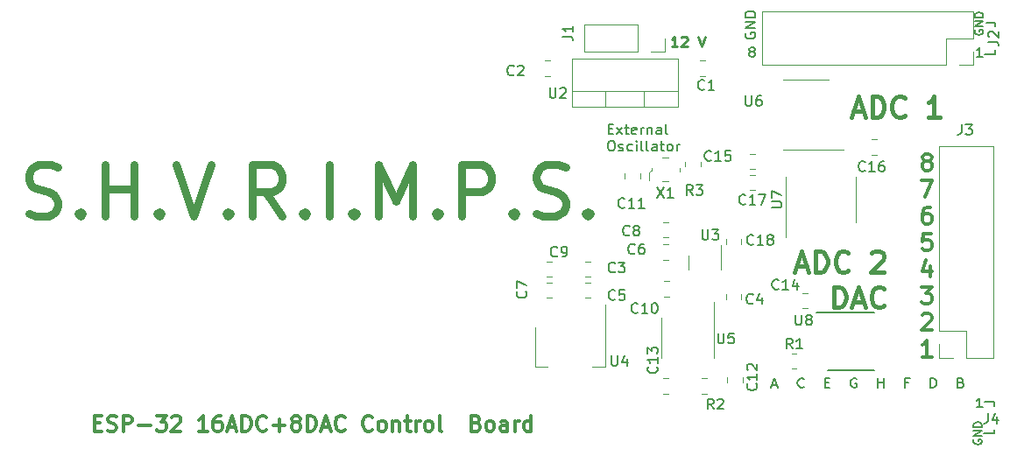
<source format=gbr>
%TF.GenerationSoftware,KiCad,Pcbnew,(6.0.5-0)*%
%TF.CreationDate,2022-06-25T13:44:39+01:00*%
%TF.ProjectId,revised_minh_design,72657669-7365-4645-9f6d-696e685f6465,rev?*%
%TF.SameCoordinates,Original*%
%TF.FileFunction,Legend,Top*%
%TF.FilePolarity,Positive*%
%FSLAX46Y46*%
G04 Gerber Fmt 4.6, Leading zero omitted, Abs format (unit mm)*
G04 Created by KiCad (PCBNEW (6.0.5-0)) date 2022-06-25 13:44:39*
%MOMM*%
%LPD*%
G01*
G04 APERTURE LIST*
%ADD10C,0.150000*%
%ADD11C,0.800000*%
%ADD12C,0.200000*%
%ADD13C,0.300000*%
%ADD14C,0.400000*%
%ADD15C,0.250000*%
%ADD16C,0.120000*%
G04 APERTURE END LIST*
D10*
X143237000Y-80365523D02*
X143198904Y-80441714D01*
X143198904Y-80556000D01*
X143237000Y-80670285D01*
X143313190Y-80746476D01*
X143389380Y-80784571D01*
X143541761Y-80822666D01*
X143656047Y-80822666D01*
X143808428Y-80784571D01*
X143884619Y-80746476D01*
X143960809Y-80670285D01*
X143998904Y-80556000D01*
X143998904Y-80479809D01*
X143960809Y-80365523D01*
X143922714Y-80327428D01*
X143656047Y-80327428D01*
X143656047Y-80479809D01*
X143998904Y-79984571D02*
X143198904Y-79984571D01*
X143998904Y-79527428D01*
X143198904Y-79527428D01*
X143998904Y-79146476D02*
X143198904Y-79146476D01*
X143198904Y-78956000D01*
X143237000Y-78841714D01*
X143313190Y-78765523D01*
X143389380Y-78727428D01*
X143541761Y-78689333D01*
X143656047Y-78689333D01*
X143808428Y-78727428D01*
X143884619Y-78765523D01*
X143960809Y-78841714D01*
X143998904Y-78956000D01*
X143998904Y-79146476D01*
D11*
X51851142Y-58538809D02*
X52565428Y-58776904D01*
X53755904Y-58776904D01*
X54232095Y-58538809D01*
X54470190Y-58300714D01*
X54708285Y-57824523D01*
X54708285Y-57348333D01*
X54470190Y-56872142D01*
X54232095Y-56634047D01*
X53755904Y-56395952D01*
X52803523Y-56157857D01*
X52327333Y-55919761D01*
X52089238Y-55681666D01*
X51851142Y-55205476D01*
X51851142Y-54729285D01*
X52089238Y-54253095D01*
X52327333Y-54015000D01*
X52803523Y-53776904D01*
X53994000Y-53776904D01*
X54708285Y-54015000D01*
X56851142Y-58300714D02*
X57089238Y-58538809D01*
X56851142Y-58776904D01*
X56613047Y-58538809D01*
X56851142Y-58300714D01*
X56851142Y-58776904D01*
X59232095Y-58776904D02*
X59232095Y-53776904D01*
X59232095Y-56157857D02*
X62089238Y-56157857D01*
X62089238Y-58776904D02*
X62089238Y-53776904D01*
X64470190Y-58300714D02*
X64708285Y-58538809D01*
X64470190Y-58776904D01*
X64232095Y-58538809D01*
X64470190Y-58300714D01*
X64470190Y-58776904D01*
X66136857Y-53776904D02*
X67803523Y-58776904D01*
X69470190Y-53776904D01*
X71136857Y-58300714D02*
X71374952Y-58538809D01*
X71136857Y-58776904D01*
X70898761Y-58538809D01*
X71136857Y-58300714D01*
X71136857Y-58776904D01*
X76374952Y-58776904D02*
X74708285Y-56395952D01*
X73517809Y-58776904D02*
X73517809Y-53776904D01*
X75422571Y-53776904D01*
X75898761Y-54015000D01*
X76136857Y-54253095D01*
X76374952Y-54729285D01*
X76374952Y-55443571D01*
X76136857Y-55919761D01*
X75898761Y-56157857D01*
X75422571Y-56395952D01*
X73517809Y-56395952D01*
X78517809Y-58300714D02*
X78755904Y-58538809D01*
X78517809Y-58776904D01*
X78279714Y-58538809D01*
X78517809Y-58300714D01*
X78517809Y-58776904D01*
X80898761Y-58776904D02*
X80898761Y-53776904D01*
X83279714Y-58300714D02*
X83517809Y-58538809D01*
X83279714Y-58776904D01*
X83041619Y-58538809D01*
X83279714Y-58300714D01*
X83279714Y-58776904D01*
X85660666Y-58776904D02*
X85660666Y-53776904D01*
X87327333Y-57348333D01*
X88994000Y-53776904D01*
X88994000Y-58776904D01*
X91374952Y-58300714D02*
X91613047Y-58538809D01*
X91374952Y-58776904D01*
X91136857Y-58538809D01*
X91374952Y-58300714D01*
X91374952Y-58776904D01*
X93755904Y-58776904D02*
X93755904Y-53776904D01*
X95660666Y-53776904D01*
X96136857Y-54015000D01*
X96374952Y-54253095D01*
X96613047Y-54729285D01*
X96613047Y-55443571D01*
X96374952Y-55919761D01*
X96136857Y-56157857D01*
X95660666Y-56395952D01*
X93755904Y-56395952D01*
X98755904Y-58300714D02*
X98994000Y-58538809D01*
X98755904Y-58776904D01*
X98517809Y-58538809D01*
X98755904Y-58300714D01*
X98755904Y-58776904D01*
X100898761Y-58538809D02*
X101613047Y-58776904D01*
X102803523Y-58776904D01*
X103279714Y-58538809D01*
X103517809Y-58300714D01*
X103755904Y-57824523D01*
X103755904Y-57348333D01*
X103517809Y-56872142D01*
X103279714Y-56634047D01*
X102803523Y-56395952D01*
X101851142Y-56157857D01*
X101374952Y-55919761D01*
X101136857Y-55681666D01*
X100898761Y-55205476D01*
X100898761Y-54729285D01*
X101136857Y-54253095D01*
X101374952Y-54015000D01*
X101851142Y-53776904D01*
X103041619Y-53776904D01*
X103755904Y-54015000D01*
X105898761Y-58300714D02*
X106136857Y-58538809D01*
X105898761Y-58776904D01*
X105660666Y-58538809D01*
X105898761Y-58300714D01*
X105898761Y-58776904D01*
D10*
X143364000Y-40741523D02*
X143325904Y-40817714D01*
X143325904Y-40932000D01*
X143364000Y-41046285D01*
X143440190Y-41122476D01*
X143516380Y-41160571D01*
X143668761Y-41198666D01*
X143783047Y-41198666D01*
X143935428Y-41160571D01*
X144011619Y-41122476D01*
X144087809Y-41046285D01*
X144125904Y-40932000D01*
X144125904Y-40855809D01*
X144087809Y-40741523D01*
X144049714Y-40703428D01*
X143783047Y-40703428D01*
X143783047Y-40855809D01*
X144125904Y-40360571D02*
X143325904Y-40360571D01*
X144125904Y-39903428D01*
X143325904Y-39903428D01*
X144125904Y-39522476D02*
X143325904Y-39522476D01*
X143325904Y-39332000D01*
X143364000Y-39217714D01*
X143440190Y-39141523D01*
X143516380Y-39103428D01*
X143668761Y-39065333D01*
X143783047Y-39065333D01*
X143935428Y-39103428D01*
X144011619Y-39141523D01*
X144087809Y-39217714D01*
X144125904Y-39332000D01*
X144125904Y-39522476D01*
D12*
X144049714Y-43333142D02*
X143478285Y-43333142D01*
X143764000Y-43333142D02*
X143764000Y-42433142D01*
X143668761Y-42561714D01*
X143573523Y-42647428D01*
X143478285Y-42690285D01*
D10*
X121166000Y-41020904D02*
X121118380Y-41116142D01*
X121118380Y-41259000D01*
X121166000Y-41401857D01*
X121261238Y-41497095D01*
X121356476Y-41544714D01*
X121546952Y-41592333D01*
X121689809Y-41592333D01*
X121880285Y-41544714D01*
X121975523Y-41497095D01*
X122070761Y-41401857D01*
X122118380Y-41259000D01*
X122118380Y-41163761D01*
X122070761Y-41020904D01*
X122023142Y-40973285D01*
X121689809Y-40973285D01*
X121689809Y-41163761D01*
X122118380Y-40544714D02*
X121118380Y-40544714D01*
X122118380Y-39973285D01*
X121118380Y-39973285D01*
X122118380Y-39497095D02*
X121118380Y-39497095D01*
X121118380Y-39259000D01*
X121166000Y-39116142D01*
X121261238Y-39020904D01*
X121356476Y-38973285D01*
X121546952Y-38925666D01*
X121689809Y-38925666D01*
X121880285Y-38973285D01*
X121975523Y-39020904D01*
X122070761Y-39116142D01*
X122118380Y-39259000D01*
X122118380Y-39497095D01*
D12*
X121697761Y-42818857D02*
X121602523Y-42776000D01*
X121554904Y-42733142D01*
X121507285Y-42647428D01*
X121507285Y-42604571D01*
X121554904Y-42518857D01*
X121602523Y-42476000D01*
X121697761Y-42433142D01*
X121888238Y-42433142D01*
X121983476Y-42476000D01*
X122031095Y-42518857D01*
X122078714Y-42604571D01*
X122078714Y-42647428D01*
X122031095Y-42733142D01*
X121983476Y-42776000D01*
X121888238Y-42818857D01*
X121697761Y-42818857D01*
X121602523Y-42861714D01*
X121554904Y-42904571D01*
X121507285Y-42990285D01*
X121507285Y-43161714D01*
X121554904Y-43247428D01*
X121602523Y-43290285D01*
X121697761Y-43333142D01*
X121888238Y-43333142D01*
X121983476Y-43290285D01*
X122031095Y-43247428D01*
X122078714Y-43161714D01*
X122078714Y-42990285D01*
X122031095Y-42904571D01*
X121983476Y-42861714D01*
X121888238Y-42818857D01*
D10*
X144145000Y-79756000D02*
X145161000Y-79756000D01*
X144272000Y-76708000D02*
X145161000Y-76708000D01*
X145161000Y-79756000D02*
X145161000Y-79375000D01*
X145161000Y-76708000D02*
X145161000Y-77089000D01*
D12*
X144049714Y-77242142D02*
X143478285Y-77242142D01*
X143764000Y-77242142D02*
X143764000Y-76342142D01*
X143668761Y-76470714D01*
X143573523Y-76556428D01*
X143478285Y-76599285D01*
D10*
X145288000Y-43053000D02*
X145288000Y-42672000D01*
X144272000Y-43053000D02*
X145288000Y-43053000D01*
X145288000Y-40005000D02*
X145288000Y-40386000D01*
X144399000Y-40005000D02*
X145288000Y-40005000D01*
D13*
X138531619Y-53404523D02*
X138379238Y-53328333D01*
X138303047Y-53252142D01*
X138226857Y-53099761D01*
X138226857Y-53023571D01*
X138303047Y-52871190D01*
X138379238Y-52795000D01*
X138531619Y-52718809D01*
X138836380Y-52718809D01*
X138988761Y-52795000D01*
X139064952Y-52871190D01*
X139141142Y-53023571D01*
X139141142Y-53099761D01*
X139064952Y-53252142D01*
X138988761Y-53328333D01*
X138836380Y-53404523D01*
X138531619Y-53404523D01*
X138379238Y-53480714D01*
X138303047Y-53556904D01*
X138226857Y-53709285D01*
X138226857Y-54014047D01*
X138303047Y-54166428D01*
X138379238Y-54242619D01*
X138531619Y-54318809D01*
X138836380Y-54318809D01*
X138988761Y-54242619D01*
X139064952Y-54166428D01*
X139141142Y-54014047D01*
X139141142Y-53709285D01*
X139064952Y-53556904D01*
X138988761Y-53480714D01*
X138836380Y-53404523D01*
X138150666Y-55294809D02*
X139217333Y-55294809D01*
X138531619Y-56894809D01*
X138988761Y-57870809D02*
X138684000Y-57870809D01*
X138531619Y-57947000D01*
X138455428Y-58023190D01*
X138303047Y-58251761D01*
X138226857Y-58556523D01*
X138226857Y-59166047D01*
X138303047Y-59318428D01*
X138379238Y-59394619D01*
X138531619Y-59470809D01*
X138836380Y-59470809D01*
X138988761Y-59394619D01*
X139064952Y-59318428D01*
X139141142Y-59166047D01*
X139141142Y-58785095D01*
X139064952Y-58632714D01*
X138988761Y-58556523D01*
X138836380Y-58480333D01*
X138531619Y-58480333D01*
X138379238Y-58556523D01*
X138303047Y-58632714D01*
X138226857Y-58785095D01*
X139064952Y-60446809D02*
X138303047Y-60446809D01*
X138226857Y-61208714D01*
X138303047Y-61132523D01*
X138455428Y-61056333D01*
X138836380Y-61056333D01*
X138988761Y-61132523D01*
X139064952Y-61208714D01*
X139141142Y-61361095D01*
X139141142Y-61742047D01*
X139064952Y-61894428D01*
X138988761Y-61970619D01*
X138836380Y-62046809D01*
X138455428Y-62046809D01*
X138303047Y-61970619D01*
X138226857Y-61894428D01*
X138988761Y-63556142D02*
X138988761Y-64622809D01*
X138607809Y-62946619D02*
X138226857Y-64089476D01*
X139217333Y-64089476D01*
X138150666Y-65598809D02*
X139141142Y-65598809D01*
X138607809Y-66208333D01*
X138836380Y-66208333D01*
X138988761Y-66284523D01*
X139064952Y-66360714D01*
X139141142Y-66513095D01*
X139141142Y-66894047D01*
X139064952Y-67046428D01*
X138988761Y-67122619D01*
X138836380Y-67198809D01*
X138379238Y-67198809D01*
X138226857Y-67122619D01*
X138150666Y-67046428D01*
X138226857Y-68327190D02*
X138303047Y-68251000D01*
X138455428Y-68174809D01*
X138836380Y-68174809D01*
X138988761Y-68251000D01*
X139064952Y-68327190D01*
X139141142Y-68479571D01*
X139141142Y-68631952D01*
X139064952Y-68860523D01*
X138150666Y-69774809D01*
X139141142Y-69774809D01*
X139141142Y-72350809D02*
X138226857Y-72350809D01*
X138684000Y-72350809D02*
X138684000Y-70750809D01*
X138531619Y-70979380D01*
X138379238Y-71131761D01*
X138226857Y-71207952D01*
D14*
X126111523Y-63579333D02*
X127063904Y-63579333D01*
X125921047Y-64150761D02*
X126587714Y-62150761D01*
X127254380Y-64150761D01*
X127921047Y-64150761D02*
X127921047Y-62150761D01*
X128397238Y-62150761D01*
X128682952Y-62246000D01*
X128873428Y-62436476D01*
X128968666Y-62626952D01*
X129063904Y-63007904D01*
X129063904Y-63293619D01*
X128968666Y-63674571D01*
X128873428Y-63865047D01*
X128682952Y-64055523D01*
X128397238Y-64150761D01*
X127921047Y-64150761D01*
X131063904Y-63960285D02*
X130968666Y-64055523D01*
X130682952Y-64150761D01*
X130492476Y-64150761D01*
X130206761Y-64055523D01*
X130016285Y-63865047D01*
X129921047Y-63674571D01*
X129825809Y-63293619D01*
X129825809Y-63007904D01*
X129921047Y-62626952D01*
X130016285Y-62436476D01*
X130206761Y-62246000D01*
X130492476Y-62150761D01*
X130682952Y-62150761D01*
X130968666Y-62246000D01*
X131063904Y-62341238D01*
X133349619Y-62341238D02*
X133444857Y-62246000D01*
X133635333Y-62150761D01*
X134111523Y-62150761D01*
X134302000Y-62246000D01*
X134397238Y-62341238D01*
X134492476Y-62531714D01*
X134492476Y-62722190D01*
X134397238Y-63007904D01*
X133254380Y-64150761D01*
X134492476Y-64150761D01*
D12*
X123723523Y-75080000D02*
X124214000Y-75080000D01*
X123625428Y-75337142D02*
X123968761Y-74437142D01*
X124312095Y-75337142D01*
X126813523Y-75251428D02*
X126764476Y-75294285D01*
X126617333Y-75337142D01*
X126519238Y-75337142D01*
X126372095Y-75294285D01*
X126274000Y-75208571D01*
X126224952Y-75122857D01*
X126175904Y-74951428D01*
X126175904Y-74822857D01*
X126224952Y-74651428D01*
X126274000Y-74565714D01*
X126372095Y-74480000D01*
X126519238Y-74437142D01*
X126617333Y-74437142D01*
X126764476Y-74480000D01*
X126813523Y-74522857D01*
X128824476Y-74865714D02*
X129167809Y-74865714D01*
X129314952Y-75337142D02*
X128824476Y-75337142D01*
X128824476Y-74437142D01*
X129314952Y-74437142D01*
X131865428Y-74480000D02*
X131767333Y-74437142D01*
X131620190Y-74437142D01*
X131473047Y-74480000D01*
X131374952Y-74565714D01*
X131325904Y-74651428D01*
X131276857Y-74822857D01*
X131276857Y-74951428D01*
X131325904Y-75122857D01*
X131374952Y-75208571D01*
X131473047Y-75294285D01*
X131620190Y-75337142D01*
X131718285Y-75337142D01*
X131865428Y-75294285D01*
X131914476Y-75251428D01*
X131914476Y-74951428D01*
X131718285Y-74951428D01*
X133925428Y-75337142D02*
X133925428Y-74437142D01*
X133925428Y-74865714D02*
X134514000Y-74865714D01*
X134514000Y-75337142D02*
X134514000Y-74437142D01*
X136917333Y-74865714D02*
X136574000Y-74865714D01*
X136574000Y-75337142D02*
X136574000Y-74437142D01*
X137064476Y-74437142D01*
X139026380Y-75337142D02*
X139026380Y-74437142D01*
X139271619Y-74437142D01*
X139418761Y-74480000D01*
X139516857Y-74565714D01*
X139565904Y-74651428D01*
X139614952Y-74822857D01*
X139614952Y-74951428D01*
X139565904Y-75122857D01*
X139516857Y-75208571D01*
X139418761Y-75294285D01*
X139271619Y-75337142D01*
X139026380Y-75337142D01*
X141969238Y-74865714D02*
X142116380Y-74908571D01*
X142165428Y-74951428D01*
X142214476Y-75037142D01*
X142214476Y-75165714D01*
X142165428Y-75251428D01*
X142116380Y-75294285D01*
X142018285Y-75337142D01*
X141625904Y-75337142D01*
X141625904Y-74437142D01*
X141969238Y-74437142D01*
X142067333Y-74480000D01*
X142116380Y-74522857D01*
X142165428Y-74608571D01*
X142165428Y-74694285D01*
X142116380Y-74780000D01*
X142067333Y-74822857D01*
X141969238Y-74865714D01*
X141625904Y-74865714D01*
D14*
X129699047Y-67579761D02*
X129699047Y-65579761D01*
X130175238Y-65579761D01*
X130460952Y-65675000D01*
X130651428Y-65865476D01*
X130746666Y-66055952D01*
X130841904Y-66436904D01*
X130841904Y-66722619D01*
X130746666Y-67103571D01*
X130651428Y-67294047D01*
X130460952Y-67484523D01*
X130175238Y-67579761D01*
X129699047Y-67579761D01*
X131603809Y-67008333D02*
X132556190Y-67008333D01*
X131413333Y-67579761D02*
X132080000Y-65579761D01*
X132746666Y-67579761D01*
X134556190Y-67389285D02*
X134460952Y-67484523D01*
X134175238Y-67579761D01*
X133984761Y-67579761D01*
X133699047Y-67484523D01*
X133508571Y-67294047D01*
X133413333Y-67103571D01*
X133318095Y-66722619D01*
X133318095Y-66436904D01*
X133413333Y-66055952D01*
X133508571Y-65865476D01*
X133699047Y-65675000D01*
X133984761Y-65579761D01*
X134175238Y-65579761D01*
X134460952Y-65675000D01*
X134556190Y-65770238D01*
D10*
X107904595Y-50304571D02*
X108237928Y-50304571D01*
X108380785Y-50828380D02*
X107904595Y-50828380D01*
X107904595Y-49828380D01*
X108380785Y-49828380D01*
X108714119Y-50828380D02*
X109237928Y-50161714D01*
X108714119Y-50161714D02*
X109237928Y-50828380D01*
X109476023Y-50161714D02*
X109856976Y-50161714D01*
X109618880Y-49828380D02*
X109618880Y-50685523D01*
X109666500Y-50780761D01*
X109761738Y-50828380D01*
X109856976Y-50828380D01*
X110571261Y-50780761D02*
X110476023Y-50828380D01*
X110285547Y-50828380D01*
X110190309Y-50780761D01*
X110142690Y-50685523D01*
X110142690Y-50304571D01*
X110190309Y-50209333D01*
X110285547Y-50161714D01*
X110476023Y-50161714D01*
X110571261Y-50209333D01*
X110618880Y-50304571D01*
X110618880Y-50399809D01*
X110142690Y-50495047D01*
X111047452Y-50828380D02*
X111047452Y-50161714D01*
X111047452Y-50352190D02*
X111095071Y-50256952D01*
X111142690Y-50209333D01*
X111237928Y-50161714D01*
X111333166Y-50161714D01*
X111666500Y-50161714D02*
X111666500Y-50828380D01*
X111666500Y-50256952D02*
X111714119Y-50209333D01*
X111809357Y-50161714D01*
X111952214Y-50161714D01*
X112047452Y-50209333D01*
X112095071Y-50304571D01*
X112095071Y-50828380D01*
X112999833Y-50828380D02*
X112999833Y-50304571D01*
X112952214Y-50209333D01*
X112856976Y-50161714D01*
X112666500Y-50161714D01*
X112571261Y-50209333D01*
X112999833Y-50780761D02*
X112904595Y-50828380D01*
X112666500Y-50828380D01*
X112571261Y-50780761D01*
X112523642Y-50685523D01*
X112523642Y-50590285D01*
X112571261Y-50495047D01*
X112666500Y-50447428D01*
X112904595Y-50447428D01*
X112999833Y-50399809D01*
X113618880Y-50828380D02*
X113523642Y-50780761D01*
X113476023Y-50685523D01*
X113476023Y-49828380D01*
X108095071Y-51438380D02*
X108285547Y-51438380D01*
X108380785Y-51486000D01*
X108476023Y-51581238D01*
X108523642Y-51771714D01*
X108523642Y-52105047D01*
X108476023Y-52295523D01*
X108380785Y-52390761D01*
X108285547Y-52438380D01*
X108095071Y-52438380D01*
X107999833Y-52390761D01*
X107904595Y-52295523D01*
X107856976Y-52105047D01*
X107856976Y-51771714D01*
X107904595Y-51581238D01*
X107999833Y-51486000D01*
X108095071Y-51438380D01*
X108904595Y-52390761D02*
X108999833Y-52438380D01*
X109190309Y-52438380D01*
X109285547Y-52390761D01*
X109333166Y-52295523D01*
X109333166Y-52247904D01*
X109285547Y-52152666D01*
X109190309Y-52105047D01*
X109047452Y-52105047D01*
X108952214Y-52057428D01*
X108904595Y-51962190D01*
X108904595Y-51914571D01*
X108952214Y-51819333D01*
X109047452Y-51771714D01*
X109190309Y-51771714D01*
X109285547Y-51819333D01*
X110190309Y-52390761D02*
X110095071Y-52438380D01*
X109904595Y-52438380D01*
X109809357Y-52390761D01*
X109761738Y-52343142D01*
X109714119Y-52247904D01*
X109714119Y-51962190D01*
X109761738Y-51866952D01*
X109809357Y-51819333D01*
X109904595Y-51771714D01*
X110095071Y-51771714D01*
X110190309Y-51819333D01*
X110618880Y-52438380D02*
X110618880Y-51771714D01*
X110618880Y-51438380D02*
X110571261Y-51486000D01*
X110618880Y-51533619D01*
X110666500Y-51486000D01*
X110618880Y-51438380D01*
X110618880Y-51533619D01*
X111237928Y-52438380D02*
X111142690Y-52390761D01*
X111095071Y-52295523D01*
X111095071Y-51438380D01*
X111761738Y-52438380D02*
X111666500Y-52390761D01*
X111618880Y-52295523D01*
X111618880Y-51438380D01*
X112571261Y-52438380D02*
X112571261Y-51914571D01*
X112523642Y-51819333D01*
X112428404Y-51771714D01*
X112237928Y-51771714D01*
X112142690Y-51819333D01*
X112571261Y-52390761D02*
X112476023Y-52438380D01*
X112237928Y-52438380D01*
X112142690Y-52390761D01*
X112095071Y-52295523D01*
X112095071Y-52200285D01*
X112142690Y-52105047D01*
X112237928Y-52057428D01*
X112476023Y-52057428D01*
X112571261Y-52009809D01*
X112904595Y-51771714D02*
X113285547Y-51771714D01*
X113047452Y-51438380D02*
X113047452Y-52295523D01*
X113095071Y-52390761D01*
X113190309Y-52438380D01*
X113285547Y-52438380D01*
X113761738Y-52438380D02*
X113666500Y-52390761D01*
X113618880Y-52343142D01*
X113571261Y-52247904D01*
X113571261Y-51962190D01*
X113618880Y-51866952D01*
X113666500Y-51819333D01*
X113761738Y-51771714D01*
X113904595Y-51771714D01*
X113999833Y-51819333D01*
X114047452Y-51866952D01*
X114095071Y-51962190D01*
X114095071Y-52247904D01*
X114047452Y-52343142D01*
X113999833Y-52390761D01*
X113904595Y-52438380D01*
X113761738Y-52438380D01*
X114523642Y-52438380D02*
X114523642Y-51771714D01*
X114523642Y-51962190D02*
X114571261Y-51866952D01*
X114618880Y-51819333D01*
X114714119Y-51771714D01*
X114809357Y-51771714D01*
D13*
X58210142Y-78759857D02*
X58710142Y-78759857D01*
X58924428Y-79545571D02*
X58210142Y-79545571D01*
X58210142Y-78045571D01*
X58924428Y-78045571D01*
X59495857Y-79474142D02*
X59710142Y-79545571D01*
X60067285Y-79545571D01*
X60210142Y-79474142D01*
X60281571Y-79402714D01*
X60353000Y-79259857D01*
X60353000Y-79117000D01*
X60281571Y-78974142D01*
X60210142Y-78902714D01*
X60067285Y-78831285D01*
X59781571Y-78759857D01*
X59638714Y-78688428D01*
X59567285Y-78617000D01*
X59495857Y-78474142D01*
X59495857Y-78331285D01*
X59567285Y-78188428D01*
X59638714Y-78117000D01*
X59781571Y-78045571D01*
X60138714Y-78045571D01*
X60353000Y-78117000D01*
X60995857Y-79545571D02*
X60995857Y-78045571D01*
X61567285Y-78045571D01*
X61710142Y-78117000D01*
X61781571Y-78188428D01*
X61853000Y-78331285D01*
X61853000Y-78545571D01*
X61781571Y-78688428D01*
X61710142Y-78759857D01*
X61567285Y-78831285D01*
X60995857Y-78831285D01*
X62495857Y-78974142D02*
X63638714Y-78974142D01*
X64210142Y-78045571D02*
X65138714Y-78045571D01*
X64638714Y-78617000D01*
X64853000Y-78617000D01*
X64995857Y-78688428D01*
X65067285Y-78759857D01*
X65138714Y-78902714D01*
X65138714Y-79259857D01*
X65067285Y-79402714D01*
X64995857Y-79474142D01*
X64853000Y-79545571D01*
X64424428Y-79545571D01*
X64281571Y-79474142D01*
X64210142Y-79402714D01*
X65710142Y-78188428D02*
X65781571Y-78117000D01*
X65924428Y-78045571D01*
X66281571Y-78045571D01*
X66424428Y-78117000D01*
X66495857Y-78188428D01*
X66567285Y-78331285D01*
X66567285Y-78474142D01*
X66495857Y-78688428D01*
X65638714Y-79545571D01*
X66567285Y-79545571D01*
X69138714Y-79545571D02*
X68281571Y-79545571D01*
X68710142Y-79545571D02*
X68710142Y-78045571D01*
X68567285Y-78259857D01*
X68424428Y-78402714D01*
X68281571Y-78474142D01*
X70424428Y-78045571D02*
X70138714Y-78045571D01*
X69995857Y-78117000D01*
X69924428Y-78188428D01*
X69781571Y-78402714D01*
X69710142Y-78688428D01*
X69710142Y-79259857D01*
X69781571Y-79402714D01*
X69853000Y-79474142D01*
X69995857Y-79545571D01*
X70281571Y-79545571D01*
X70424428Y-79474142D01*
X70495857Y-79402714D01*
X70567285Y-79259857D01*
X70567285Y-78902714D01*
X70495857Y-78759857D01*
X70424428Y-78688428D01*
X70281571Y-78617000D01*
X69995857Y-78617000D01*
X69853000Y-78688428D01*
X69781571Y-78759857D01*
X69710142Y-78902714D01*
X71138714Y-79117000D02*
X71853000Y-79117000D01*
X70995857Y-79545571D02*
X71495857Y-78045571D01*
X71995857Y-79545571D01*
X72495857Y-79545571D02*
X72495857Y-78045571D01*
X72853000Y-78045571D01*
X73067285Y-78117000D01*
X73210142Y-78259857D01*
X73281571Y-78402714D01*
X73353000Y-78688428D01*
X73353000Y-78902714D01*
X73281571Y-79188428D01*
X73210142Y-79331285D01*
X73067285Y-79474142D01*
X72853000Y-79545571D01*
X72495857Y-79545571D01*
X74853000Y-79402714D02*
X74781571Y-79474142D01*
X74567285Y-79545571D01*
X74424428Y-79545571D01*
X74210142Y-79474142D01*
X74067285Y-79331285D01*
X73995857Y-79188428D01*
X73924428Y-78902714D01*
X73924428Y-78688428D01*
X73995857Y-78402714D01*
X74067285Y-78259857D01*
X74210142Y-78117000D01*
X74424428Y-78045571D01*
X74567285Y-78045571D01*
X74781571Y-78117000D01*
X74853000Y-78188428D01*
X75495857Y-78974142D02*
X76638714Y-78974142D01*
X76067285Y-79545571D02*
X76067285Y-78402714D01*
X77567285Y-78688428D02*
X77424428Y-78617000D01*
X77353000Y-78545571D01*
X77281571Y-78402714D01*
X77281571Y-78331285D01*
X77353000Y-78188428D01*
X77424428Y-78117000D01*
X77567285Y-78045571D01*
X77853000Y-78045571D01*
X77995857Y-78117000D01*
X78067285Y-78188428D01*
X78138714Y-78331285D01*
X78138714Y-78402714D01*
X78067285Y-78545571D01*
X77995857Y-78617000D01*
X77853000Y-78688428D01*
X77567285Y-78688428D01*
X77424428Y-78759857D01*
X77353000Y-78831285D01*
X77281571Y-78974142D01*
X77281571Y-79259857D01*
X77353000Y-79402714D01*
X77424428Y-79474142D01*
X77567285Y-79545571D01*
X77853000Y-79545571D01*
X77995857Y-79474142D01*
X78067285Y-79402714D01*
X78138714Y-79259857D01*
X78138714Y-78974142D01*
X78067285Y-78831285D01*
X77995857Y-78759857D01*
X77853000Y-78688428D01*
X78781571Y-79545571D02*
X78781571Y-78045571D01*
X79138714Y-78045571D01*
X79353000Y-78117000D01*
X79495857Y-78259857D01*
X79567285Y-78402714D01*
X79638714Y-78688428D01*
X79638714Y-78902714D01*
X79567285Y-79188428D01*
X79495857Y-79331285D01*
X79353000Y-79474142D01*
X79138714Y-79545571D01*
X78781571Y-79545571D01*
X80210142Y-79117000D02*
X80924428Y-79117000D01*
X80067285Y-79545571D02*
X80567285Y-78045571D01*
X81067285Y-79545571D01*
X82424428Y-79402714D02*
X82353000Y-79474142D01*
X82138714Y-79545571D01*
X81995857Y-79545571D01*
X81781571Y-79474142D01*
X81638714Y-79331285D01*
X81567285Y-79188428D01*
X81495857Y-78902714D01*
X81495857Y-78688428D01*
X81567285Y-78402714D01*
X81638714Y-78259857D01*
X81781571Y-78117000D01*
X81995857Y-78045571D01*
X82138714Y-78045571D01*
X82353000Y-78117000D01*
X82424428Y-78188428D01*
X85067285Y-79402714D02*
X84995857Y-79474142D01*
X84781571Y-79545571D01*
X84638714Y-79545571D01*
X84424428Y-79474142D01*
X84281571Y-79331285D01*
X84210142Y-79188428D01*
X84138714Y-78902714D01*
X84138714Y-78688428D01*
X84210142Y-78402714D01*
X84281571Y-78259857D01*
X84424428Y-78117000D01*
X84638714Y-78045571D01*
X84781571Y-78045571D01*
X84995857Y-78117000D01*
X85067285Y-78188428D01*
X85924428Y-79545571D02*
X85781571Y-79474142D01*
X85710142Y-79402714D01*
X85638714Y-79259857D01*
X85638714Y-78831285D01*
X85710142Y-78688428D01*
X85781571Y-78617000D01*
X85924428Y-78545571D01*
X86138714Y-78545571D01*
X86281571Y-78617000D01*
X86353000Y-78688428D01*
X86424428Y-78831285D01*
X86424428Y-79259857D01*
X86353000Y-79402714D01*
X86281571Y-79474142D01*
X86138714Y-79545571D01*
X85924428Y-79545571D01*
X87067285Y-78545571D02*
X87067285Y-79545571D01*
X87067285Y-78688428D02*
X87138714Y-78617000D01*
X87281571Y-78545571D01*
X87495857Y-78545571D01*
X87638714Y-78617000D01*
X87710142Y-78759857D01*
X87710142Y-79545571D01*
X88210142Y-78545571D02*
X88781571Y-78545571D01*
X88424428Y-78045571D02*
X88424428Y-79331285D01*
X88495857Y-79474142D01*
X88638714Y-79545571D01*
X88781571Y-79545571D01*
X89281571Y-79545571D02*
X89281571Y-78545571D01*
X89281571Y-78831285D02*
X89353000Y-78688428D01*
X89424428Y-78617000D01*
X89567285Y-78545571D01*
X89710142Y-78545571D01*
X90424428Y-79545571D02*
X90281571Y-79474142D01*
X90210142Y-79402714D01*
X90138714Y-79259857D01*
X90138714Y-78831285D01*
X90210142Y-78688428D01*
X90281571Y-78617000D01*
X90424428Y-78545571D01*
X90638714Y-78545571D01*
X90781571Y-78617000D01*
X90853000Y-78688428D01*
X90924428Y-78831285D01*
X90924428Y-79259857D01*
X90853000Y-79402714D01*
X90781571Y-79474142D01*
X90638714Y-79545571D01*
X90424428Y-79545571D01*
X91781571Y-79545571D02*
X91638714Y-79474142D01*
X91567285Y-79331285D01*
X91567285Y-78045571D01*
X95138714Y-78759857D02*
X95353000Y-78831285D01*
X95424428Y-78902714D01*
X95495857Y-79045571D01*
X95495857Y-79259857D01*
X95424428Y-79402714D01*
X95353000Y-79474142D01*
X95210142Y-79545571D01*
X94638714Y-79545571D01*
X94638714Y-78045571D01*
X95138714Y-78045571D01*
X95281571Y-78117000D01*
X95353000Y-78188428D01*
X95424428Y-78331285D01*
X95424428Y-78474142D01*
X95353000Y-78617000D01*
X95281571Y-78688428D01*
X95138714Y-78759857D01*
X94638714Y-78759857D01*
X96353000Y-79545571D02*
X96210142Y-79474142D01*
X96138714Y-79402714D01*
X96067285Y-79259857D01*
X96067285Y-78831285D01*
X96138714Y-78688428D01*
X96210142Y-78617000D01*
X96353000Y-78545571D01*
X96567285Y-78545571D01*
X96710142Y-78617000D01*
X96781571Y-78688428D01*
X96853000Y-78831285D01*
X96853000Y-79259857D01*
X96781571Y-79402714D01*
X96710142Y-79474142D01*
X96567285Y-79545571D01*
X96353000Y-79545571D01*
X98138714Y-79545571D02*
X98138714Y-78759857D01*
X98067285Y-78617000D01*
X97924428Y-78545571D01*
X97638714Y-78545571D01*
X97495857Y-78617000D01*
X98138714Y-79474142D02*
X97995857Y-79545571D01*
X97638714Y-79545571D01*
X97495857Y-79474142D01*
X97424428Y-79331285D01*
X97424428Y-79188428D01*
X97495857Y-79045571D01*
X97638714Y-78974142D01*
X97995857Y-78974142D01*
X98138714Y-78902714D01*
X98853000Y-79545571D02*
X98853000Y-78545571D01*
X98853000Y-78831285D02*
X98924428Y-78688428D01*
X98995857Y-78617000D01*
X99138714Y-78545571D01*
X99281571Y-78545571D01*
X100424428Y-79545571D02*
X100424428Y-78045571D01*
X100424428Y-79474142D02*
X100281571Y-79545571D01*
X99995857Y-79545571D01*
X99853000Y-79474142D01*
X99781571Y-79402714D01*
X99710142Y-79259857D01*
X99710142Y-78831285D01*
X99781571Y-78688428D01*
X99853000Y-78617000D01*
X99995857Y-78545571D01*
X100281571Y-78545571D01*
X100424428Y-78617000D01*
D14*
X131572523Y-48593333D02*
X132524904Y-48593333D01*
X131382047Y-49164761D02*
X132048714Y-47164761D01*
X132715380Y-49164761D01*
X133382047Y-49164761D02*
X133382047Y-47164761D01*
X133858238Y-47164761D01*
X134143952Y-47260000D01*
X134334428Y-47450476D01*
X134429666Y-47640952D01*
X134524904Y-48021904D01*
X134524904Y-48307619D01*
X134429666Y-48688571D01*
X134334428Y-48879047D01*
X134143952Y-49069523D01*
X133858238Y-49164761D01*
X133382047Y-49164761D01*
X136524904Y-48974285D02*
X136429666Y-49069523D01*
X136143952Y-49164761D01*
X135953476Y-49164761D01*
X135667761Y-49069523D01*
X135477285Y-48879047D01*
X135382047Y-48688571D01*
X135286809Y-48307619D01*
X135286809Y-48021904D01*
X135382047Y-47640952D01*
X135477285Y-47450476D01*
X135667761Y-47260000D01*
X135953476Y-47164761D01*
X136143952Y-47164761D01*
X136429666Y-47260000D01*
X136524904Y-47355238D01*
X139953476Y-49164761D02*
X138810619Y-49164761D01*
X139382047Y-49164761D02*
X139382047Y-47164761D01*
X139191571Y-47450476D01*
X139001095Y-47640952D01*
X138810619Y-47736190D01*
D15*
X114570000Y-42362380D02*
X113998571Y-42362380D01*
X114284285Y-42362380D02*
X114284285Y-41362380D01*
X114189047Y-41505238D01*
X114093809Y-41600476D01*
X113998571Y-41648095D01*
X114950952Y-41457619D02*
X114998571Y-41410000D01*
X115093809Y-41362380D01*
X115331904Y-41362380D01*
X115427142Y-41410000D01*
X115474761Y-41457619D01*
X115522380Y-41552857D01*
X115522380Y-41648095D01*
X115474761Y-41790952D01*
X114903333Y-42362380D01*
X115522380Y-42362380D01*
X116570000Y-41362380D02*
X116903333Y-42362380D01*
X117236666Y-41362380D01*
D10*
%TO.C,J4*%
X144573666Y-77811380D02*
X144573666Y-78525666D01*
X144526047Y-78668523D01*
X144430809Y-78763761D01*
X144287952Y-78811380D01*
X144192714Y-78811380D01*
X145478428Y-78144714D02*
X145478428Y-78811380D01*
X145240333Y-77763761D02*
X145002238Y-78478047D01*
X145621285Y-78478047D01*
%TO.C,J3*%
X142033666Y-49871380D02*
X142033666Y-50585666D01*
X141986047Y-50728523D01*
X141890809Y-50823761D01*
X141747952Y-50871380D01*
X141652714Y-50871380D01*
X142414619Y-49871380D02*
X143033666Y-49871380D01*
X142700333Y-50252333D01*
X142843190Y-50252333D01*
X142938428Y-50299952D01*
X142986047Y-50347571D01*
X143033666Y-50442809D01*
X143033666Y-50680904D01*
X142986047Y-50776142D01*
X142938428Y-50823761D01*
X142843190Y-50871380D01*
X142557476Y-50871380D01*
X142462238Y-50823761D01*
X142414619Y-50776142D01*
%TO.C,J2*%
X144613380Y-41862333D02*
X145327666Y-41862333D01*
X145470523Y-41909952D01*
X145565761Y-42005190D01*
X145613380Y-42148047D01*
X145613380Y-42243285D01*
X144708619Y-41433761D02*
X144661000Y-41386142D01*
X144613380Y-41290904D01*
X144613380Y-41052809D01*
X144661000Y-40957571D01*
X144708619Y-40909952D01*
X144803857Y-40862333D01*
X144899095Y-40862333D01*
X145041952Y-40909952D01*
X145613380Y-41481380D01*
X145613380Y-40862333D01*
%TO.C, *%
%TO.C,U6*%
X121158095Y-47077380D02*
X121158095Y-47886904D01*
X121205714Y-47982142D01*
X121253333Y-48029761D01*
X121348571Y-48077380D01*
X121539047Y-48077380D01*
X121634285Y-48029761D01*
X121681904Y-47982142D01*
X121729523Y-47886904D01*
X121729523Y-47077380D01*
X122634285Y-47077380D02*
X122443809Y-47077380D01*
X122348571Y-47125000D01*
X122300952Y-47172619D01*
X122205714Y-47315476D01*
X122158095Y-47505952D01*
X122158095Y-47886904D01*
X122205714Y-47982142D01*
X122253333Y-48029761D01*
X122348571Y-48077380D01*
X122539047Y-48077380D01*
X122634285Y-48029761D01*
X122681904Y-47982142D01*
X122729523Y-47886904D01*
X122729523Y-47648809D01*
X122681904Y-47553571D01*
X122634285Y-47505952D01*
X122539047Y-47458333D01*
X122348571Y-47458333D01*
X122253333Y-47505952D01*
X122205714Y-47553571D01*
X122158095Y-47648809D01*
%TO.C,C18*%
X121912142Y-61444142D02*
X121864523Y-61491761D01*
X121721666Y-61539380D01*
X121626428Y-61539380D01*
X121483571Y-61491761D01*
X121388333Y-61396523D01*
X121340714Y-61301285D01*
X121293095Y-61110809D01*
X121293095Y-60967952D01*
X121340714Y-60777476D01*
X121388333Y-60682238D01*
X121483571Y-60587000D01*
X121626428Y-60539380D01*
X121721666Y-60539380D01*
X121864523Y-60587000D01*
X121912142Y-60634619D01*
X122864523Y-61539380D02*
X122293095Y-61539380D01*
X122578809Y-61539380D02*
X122578809Y-60539380D01*
X122483571Y-60682238D01*
X122388333Y-60777476D01*
X122293095Y-60825095D01*
X123435952Y-60967952D02*
X123340714Y-60920333D01*
X123293095Y-60872714D01*
X123245476Y-60777476D01*
X123245476Y-60729857D01*
X123293095Y-60634619D01*
X123340714Y-60587000D01*
X123435952Y-60539380D01*
X123626428Y-60539380D01*
X123721666Y-60587000D01*
X123769285Y-60634619D01*
X123816904Y-60729857D01*
X123816904Y-60777476D01*
X123769285Y-60872714D01*
X123721666Y-60920333D01*
X123626428Y-60967952D01*
X123435952Y-60967952D01*
X123340714Y-61015571D01*
X123293095Y-61063190D01*
X123245476Y-61158428D01*
X123245476Y-61348904D01*
X123293095Y-61444142D01*
X123340714Y-61491761D01*
X123435952Y-61539380D01*
X123626428Y-61539380D01*
X123721666Y-61491761D01*
X123769285Y-61444142D01*
X123816904Y-61348904D01*
X123816904Y-61158428D01*
X123769285Y-61063190D01*
X123721666Y-61015571D01*
X123626428Y-60967952D01*
%TO.C,C13*%
X112568142Y-73327857D02*
X112615761Y-73375476D01*
X112663380Y-73518333D01*
X112663380Y-73613571D01*
X112615761Y-73756428D01*
X112520523Y-73851666D01*
X112425285Y-73899285D01*
X112234809Y-73946904D01*
X112091952Y-73946904D01*
X111901476Y-73899285D01*
X111806238Y-73851666D01*
X111711000Y-73756428D01*
X111663380Y-73613571D01*
X111663380Y-73518333D01*
X111711000Y-73375476D01*
X111758619Y-73327857D01*
X112663380Y-72375476D02*
X112663380Y-72946904D01*
X112663380Y-72661190D02*
X111663380Y-72661190D01*
X111806238Y-72756428D01*
X111901476Y-72851666D01*
X111949095Y-72946904D01*
X111663380Y-72042142D02*
X111663380Y-71423095D01*
X112044333Y-71756428D01*
X112044333Y-71613571D01*
X112091952Y-71518333D01*
X112139571Y-71470714D01*
X112234809Y-71423095D01*
X112472904Y-71423095D01*
X112568142Y-71470714D01*
X112615761Y-71518333D01*
X112663380Y-71613571D01*
X112663380Y-71899285D01*
X112615761Y-71994523D01*
X112568142Y-72042142D01*
%TO.C,U7*%
X123649380Y-57911904D02*
X124458904Y-57911904D01*
X124554142Y-57864285D01*
X124601761Y-57816666D01*
X124649380Y-57721428D01*
X124649380Y-57530952D01*
X124601761Y-57435714D01*
X124554142Y-57388095D01*
X124458904Y-57340476D01*
X123649380Y-57340476D01*
X123649380Y-56959523D02*
X123649380Y-56292857D01*
X124649380Y-56721428D01*
%TO.C,C11*%
X109466142Y-57888142D02*
X109418523Y-57935761D01*
X109275666Y-57983380D01*
X109180428Y-57983380D01*
X109037571Y-57935761D01*
X108942333Y-57840523D01*
X108894714Y-57745285D01*
X108847095Y-57554809D01*
X108847095Y-57411952D01*
X108894714Y-57221476D01*
X108942333Y-57126238D01*
X109037571Y-57031000D01*
X109180428Y-56983380D01*
X109275666Y-56983380D01*
X109418523Y-57031000D01*
X109466142Y-57078619D01*
X110418523Y-57983380D02*
X109847095Y-57983380D01*
X110132809Y-57983380D02*
X110132809Y-56983380D01*
X110037571Y-57126238D01*
X109942333Y-57221476D01*
X109847095Y-57269095D01*
X111370904Y-57983380D02*
X110799476Y-57983380D01*
X111085190Y-57983380D02*
X111085190Y-56983380D01*
X110989952Y-57126238D01*
X110894714Y-57221476D01*
X110799476Y-57269095D01*
%TO.C,C8*%
X109942333Y-60555142D02*
X109894714Y-60602761D01*
X109751857Y-60650380D01*
X109656619Y-60650380D01*
X109513761Y-60602761D01*
X109418523Y-60507523D01*
X109370904Y-60412285D01*
X109323285Y-60221809D01*
X109323285Y-60078952D01*
X109370904Y-59888476D01*
X109418523Y-59793238D01*
X109513761Y-59698000D01*
X109656619Y-59650380D01*
X109751857Y-59650380D01*
X109894714Y-59698000D01*
X109942333Y-59745619D01*
X110513761Y-60078952D02*
X110418523Y-60031333D01*
X110370904Y-59983714D01*
X110323285Y-59888476D01*
X110323285Y-59840857D01*
X110370904Y-59745619D01*
X110418523Y-59698000D01*
X110513761Y-59650380D01*
X110704238Y-59650380D01*
X110799476Y-59698000D01*
X110847095Y-59745619D01*
X110894714Y-59840857D01*
X110894714Y-59888476D01*
X110847095Y-59983714D01*
X110799476Y-60031333D01*
X110704238Y-60078952D01*
X110513761Y-60078952D01*
X110418523Y-60126571D01*
X110370904Y-60174190D01*
X110323285Y-60269428D01*
X110323285Y-60459904D01*
X110370904Y-60555142D01*
X110418523Y-60602761D01*
X110513761Y-60650380D01*
X110704238Y-60650380D01*
X110799476Y-60602761D01*
X110847095Y-60555142D01*
X110894714Y-60459904D01*
X110894714Y-60269428D01*
X110847095Y-60174190D01*
X110799476Y-60126571D01*
X110704238Y-60078952D01*
%TO.C,U4*%
X108204095Y-72223380D02*
X108204095Y-73032904D01*
X108251714Y-73128142D01*
X108299333Y-73175761D01*
X108394571Y-73223380D01*
X108585047Y-73223380D01*
X108680285Y-73175761D01*
X108727904Y-73128142D01*
X108775523Y-73032904D01*
X108775523Y-72223380D01*
X109680285Y-72556714D02*
X109680285Y-73223380D01*
X109442190Y-72175761D02*
X109204095Y-72890047D01*
X109823142Y-72890047D01*
%TO.C,C2*%
X98766333Y-45061142D02*
X98718714Y-45108761D01*
X98575857Y-45156380D01*
X98480619Y-45156380D01*
X98337761Y-45108761D01*
X98242523Y-45013523D01*
X98194904Y-44918285D01*
X98147285Y-44727809D01*
X98147285Y-44584952D01*
X98194904Y-44394476D01*
X98242523Y-44299238D01*
X98337761Y-44204000D01*
X98480619Y-44156380D01*
X98575857Y-44156380D01*
X98718714Y-44204000D01*
X98766333Y-44251619D01*
X99147285Y-44251619D02*
X99194904Y-44204000D01*
X99290142Y-44156380D01*
X99528238Y-44156380D01*
X99623476Y-44204000D01*
X99671095Y-44251619D01*
X99718714Y-44346857D01*
X99718714Y-44442095D01*
X99671095Y-44584952D01*
X99099666Y-45156380D01*
X99718714Y-45156380D01*
%TO.C,R2*%
X118070333Y-77414380D02*
X117737000Y-76938190D01*
X117498904Y-77414380D02*
X117498904Y-76414380D01*
X117879857Y-76414380D01*
X117975095Y-76462000D01*
X118022714Y-76509619D01*
X118070333Y-76604857D01*
X118070333Y-76747714D01*
X118022714Y-76842952D01*
X117975095Y-76890571D01*
X117879857Y-76938190D01*
X117498904Y-76938190D01*
X118451285Y-76509619D02*
X118498904Y-76462000D01*
X118594142Y-76414380D01*
X118832238Y-76414380D01*
X118927476Y-76462000D01*
X118975095Y-76509619D01*
X119022714Y-76604857D01*
X119022714Y-76700095D01*
X118975095Y-76842952D01*
X118403666Y-77414380D01*
X119022714Y-77414380D01*
%TO.C,C3*%
X108545333Y-64111142D02*
X108497714Y-64158761D01*
X108354857Y-64206380D01*
X108259619Y-64206380D01*
X108116761Y-64158761D01*
X108021523Y-64063523D01*
X107973904Y-63968285D01*
X107926285Y-63777809D01*
X107926285Y-63634952D01*
X107973904Y-63444476D01*
X108021523Y-63349238D01*
X108116761Y-63254000D01*
X108259619Y-63206380D01*
X108354857Y-63206380D01*
X108497714Y-63254000D01*
X108545333Y-63301619D01*
X108878666Y-63206380D02*
X109497714Y-63206380D01*
X109164380Y-63587333D01*
X109307238Y-63587333D01*
X109402476Y-63634952D01*
X109450095Y-63682571D01*
X109497714Y-63777809D01*
X109497714Y-64015904D01*
X109450095Y-64111142D01*
X109402476Y-64158761D01*
X109307238Y-64206380D01*
X109021523Y-64206380D01*
X108926285Y-64158761D01*
X108878666Y-64111142D01*
%TO.C,C14*%
X124346642Y-65762142D02*
X124299023Y-65809761D01*
X124156166Y-65857380D01*
X124060928Y-65857380D01*
X123918071Y-65809761D01*
X123822833Y-65714523D01*
X123775214Y-65619285D01*
X123727595Y-65428809D01*
X123727595Y-65285952D01*
X123775214Y-65095476D01*
X123822833Y-65000238D01*
X123918071Y-64905000D01*
X124060928Y-64857380D01*
X124156166Y-64857380D01*
X124299023Y-64905000D01*
X124346642Y-64952619D01*
X125299023Y-65857380D02*
X124727595Y-65857380D01*
X125013309Y-65857380D02*
X125013309Y-64857380D01*
X124918071Y-65000238D01*
X124822833Y-65095476D01*
X124727595Y-65143095D01*
X126156166Y-65190714D02*
X126156166Y-65857380D01*
X125918071Y-64809761D02*
X125679976Y-65524047D01*
X126299023Y-65524047D01*
%TO.C,C12*%
X122185642Y-74954357D02*
X122233261Y-75001976D01*
X122280880Y-75144833D01*
X122280880Y-75240071D01*
X122233261Y-75382928D01*
X122138023Y-75478166D01*
X122042785Y-75525785D01*
X121852309Y-75573404D01*
X121709452Y-75573404D01*
X121518976Y-75525785D01*
X121423738Y-75478166D01*
X121328500Y-75382928D01*
X121280880Y-75240071D01*
X121280880Y-75144833D01*
X121328500Y-75001976D01*
X121376119Y-74954357D01*
X122280880Y-74001976D02*
X122280880Y-74573404D01*
X122280880Y-74287690D02*
X121280880Y-74287690D01*
X121423738Y-74382928D01*
X121518976Y-74478166D01*
X121566595Y-74573404D01*
X121376119Y-73621023D02*
X121328500Y-73573404D01*
X121280880Y-73478166D01*
X121280880Y-73240071D01*
X121328500Y-73144833D01*
X121376119Y-73097214D01*
X121471357Y-73049595D01*
X121566595Y-73049595D01*
X121709452Y-73097214D01*
X122280880Y-73668642D01*
X122280880Y-73049595D01*
%TO.C,C17*%
X121150142Y-57536142D02*
X121102523Y-57583761D01*
X120959666Y-57631380D01*
X120864428Y-57631380D01*
X120721571Y-57583761D01*
X120626333Y-57488523D01*
X120578714Y-57393285D01*
X120531095Y-57202809D01*
X120531095Y-57059952D01*
X120578714Y-56869476D01*
X120626333Y-56774238D01*
X120721571Y-56679000D01*
X120864428Y-56631380D01*
X120959666Y-56631380D01*
X121102523Y-56679000D01*
X121150142Y-56726619D01*
X122102523Y-57631380D02*
X121531095Y-57631380D01*
X121816809Y-57631380D02*
X121816809Y-56631380D01*
X121721571Y-56774238D01*
X121626333Y-56869476D01*
X121531095Y-56917095D01*
X122435857Y-56631380D02*
X123102523Y-56631380D01*
X122673952Y-57631380D01*
%TO.C,U3*%
X116967095Y-60031380D02*
X116967095Y-60840904D01*
X117014714Y-60936142D01*
X117062333Y-60983761D01*
X117157571Y-61031380D01*
X117348047Y-61031380D01*
X117443285Y-60983761D01*
X117490904Y-60936142D01*
X117538523Y-60840904D01*
X117538523Y-60031380D01*
X117919476Y-60031380D02*
X118538523Y-60031380D01*
X118205190Y-60412333D01*
X118348047Y-60412333D01*
X118443285Y-60459952D01*
X118490904Y-60507571D01*
X118538523Y-60602809D01*
X118538523Y-60840904D01*
X118490904Y-60936142D01*
X118443285Y-60983761D01*
X118348047Y-61031380D01*
X118062333Y-61031380D01*
X117967095Y-60983761D01*
X117919476Y-60936142D01*
%TO.C,C7*%
X99912642Y-66046666D02*
X99960261Y-66094285D01*
X100007880Y-66237142D01*
X100007880Y-66332380D01*
X99960261Y-66475238D01*
X99865023Y-66570476D01*
X99769785Y-66618095D01*
X99579309Y-66665714D01*
X99436452Y-66665714D01*
X99245976Y-66618095D01*
X99150738Y-66570476D01*
X99055500Y-66475238D01*
X99007880Y-66332380D01*
X99007880Y-66237142D01*
X99055500Y-66094285D01*
X99103119Y-66046666D01*
X99007880Y-65713333D02*
X99007880Y-65046666D01*
X100007880Y-65475238D01*
%TO.C,U5*%
X118491095Y-70064380D02*
X118491095Y-70873904D01*
X118538714Y-70969142D01*
X118586333Y-71016761D01*
X118681571Y-71064380D01*
X118872047Y-71064380D01*
X118967285Y-71016761D01*
X119014904Y-70969142D01*
X119062523Y-70873904D01*
X119062523Y-70064380D01*
X120014904Y-70064380D02*
X119538714Y-70064380D01*
X119491095Y-70540571D01*
X119538714Y-70492952D01*
X119633952Y-70445333D01*
X119872047Y-70445333D01*
X119967285Y-70492952D01*
X120014904Y-70540571D01*
X120062523Y-70635809D01*
X120062523Y-70873904D01*
X120014904Y-70969142D01*
X119967285Y-71016761D01*
X119872047Y-71064380D01*
X119633952Y-71064380D01*
X119538714Y-71016761D01*
X119491095Y-70969142D01*
%TO.C,C1*%
X117181333Y-46458142D02*
X117133714Y-46505761D01*
X116990857Y-46553380D01*
X116895619Y-46553380D01*
X116752761Y-46505761D01*
X116657523Y-46410523D01*
X116609904Y-46315285D01*
X116562285Y-46124809D01*
X116562285Y-45981952D01*
X116609904Y-45791476D01*
X116657523Y-45696238D01*
X116752761Y-45601000D01*
X116895619Y-45553380D01*
X116990857Y-45553380D01*
X117133714Y-45601000D01*
X117181333Y-45648619D01*
X118133714Y-46553380D02*
X117562285Y-46553380D01*
X117848000Y-46553380D02*
X117848000Y-45553380D01*
X117752761Y-45696238D01*
X117657523Y-45791476D01*
X117562285Y-45839095D01*
%TO.C,U2*%
X102235095Y-46315380D02*
X102235095Y-47124904D01*
X102282714Y-47220142D01*
X102330333Y-47267761D01*
X102425571Y-47315380D01*
X102616047Y-47315380D01*
X102711285Y-47267761D01*
X102758904Y-47220142D01*
X102806523Y-47124904D01*
X102806523Y-46315380D01*
X103235095Y-46410619D02*
X103282714Y-46363000D01*
X103377952Y-46315380D01*
X103616047Y-46315380D01*
X103711285Y-46363000D01*
X103758904Y-46410619D01*
X103806523Y-46505857D01*
X103806523Y-46601095D01*
X103758904Y-46743952D01*
X103187476Y-47315380D01*
X103806523Y-47315380D01*
%TO.C,C9*%
X102957333Y-62587142D02*
X102909714Y-62634761D01*
X102766857Y-62682380D01*
X102671619Y-62682380D01*
X102528761Y-62634761D01*
X102433523Y-62539523D01*
X102385904Y-62444285D01*
X102338285Y-62253809D01*
X102338285Y-62110952D01*
X102385904Y-61920476D01*
X102433523Y-61825238D01*
X102528761Y-61730000D01*
X102671619Y-61682380D01*
X102766857Y-61682380D01*
X102909714Y-61730000D01*
X102957333Y-61777619D01*
X103433523Y-62682380D02*
X103624000Y-62682380D01*
X103719238Y-62634761D01*
X103766857Y-62587142D01*
X103862095Y-62444285D01*
X103909714Y-62253809D01*
X103909714Y-61872857D01*
X103862095Y-61777619D01*
X103814476Y-61730000D01*
X103719238Y-61682380D01*
X103528761Y-61682380D01*
X103433523Y-61730000D01*
X103385904Y-61777619D01*
X103338285Y-61872857D01*
X103338285Y-62110952D01*
X103385904Y-62206190D01*
X103433523Y-62253809D01*
X103528761Y-62301428D01*
X103719238Y-62301428D01*
X103814476Y-62253809D01*
X103862095Y-62206190D01*
X103909714Y-62110952D01*
%TO.C,C5*%
X108545333Y-66778142D02*
X108497714Y-66825761D01*
X108354857Y-66873380D01*
X108259619Y-66873380D01*
X108116761Y-66825761D01*
X108021523Y-66730523D01*
X107973904Y-66635285D01*
X107926285Y-66444809D01*
X107926285Y-66301952D01*
X107973904Y-66111476D01*
X108021523Y-66016238D01*
X108116761Y-65921000D01*
X108259619Y-65873380D01*
X108354857Y-65873380D01*
X108497714Y-65921000D01*
X108545333Y-65968619D01*
X109450095Y-65873380D02*
X108973904Y-65873380D01*
X108926285Y-66349571D01*
X108973904Y-66301952D01*
X109069142Y-66254333D01*
X109307238Y-66254333D01*
X109402476Y-66301952D01*
X109450095Y-66349571D01*
X109497714Y-66444809D01*
X109497714Y-66682904D01*
X109450095Y-66778142D01*
X109402476Y-66825761D01*
X109307238Y-66873380D01*
X109069142Y-66873380D01*
X108973904Y-66825761D01*
X108926285Y-66778142D01*
%TO.C,C16*%
X132707142Y-54332142D02*
X132659523Y-54379761D01*
X132516666Y-54427380D01*
X132421428Y-54427380D01*
X132278571Y-54379761D01*
X132183333Y-54284523D01*
X132135714Y-54189285D01*
X132088095Y-53998809D01*
X132088095Y-53855952D01*
X132135714Y-53665476D01*
X132183333Y-53570238D01*
X132278571Y-53475000D01*
X132421428Y-53427380D01*
X132516666Y-53427380D01*
X132659523Y-53475000D01*
X132707142Y-53522619D01*
X133659523Y-54427380D02*
X133088095Y-54427380D01*
X133373809Y-54427380D02*
X133373809Y-53427380D01*
X133278571Y-53570238D01*
X133183333Y-53665476D01*
X133088095Y-53713095D01*
X134516666Y-53427380D02*
X134326190Y-53427380D01*
X134230952Y-53475000D01*
X134183333Y-53522619D01*
X134088095Y-53665476D01*
X134040476Y-53855952D01*
X134040476Y-54236904D01*
X134088095Y-54332142D01*
X134135714Y-54379761D01*
X134230952Y-54427380D01*
X134421428Y-54427380D01*
X134516666Y-54379761D01*
X134564285Y-54332142D01*
X134611904Y-54236904D01*
X134611904Y-53998809D01*
X134564285Y-53903571D01*
X134516666Y-53855952D01*
X134421428Y-53808333D01*
X134230952Y-53808333D01*
X134135714Y-53855952D01*
X134088095Y-53903571D01*
X134040476Y-53998809D01*
%TO.C,R1*%
X125690333Y-71573380D02*
X125357000Y-71097190D01*
X125118904Y-71573380D02*
X125118904Y-70573380D01*
X125499857Y-70573380D01*
X125595095Y-70621000D01*
X125642714Y-70668619D01*
X125690333Y-70763857D01*
X125690333Y-70906714D01*
X125642714Y-71001952D01*
X125595095Y-71049571D01*
X125499857Y-71097190D01*
X125118904Y-71097190D01*
X126642714Y-71573380D02*
X126071285Y-71573380D01*
X126357000Y-71573380D02*
X126357000Y-70573380D01*
X126261761Y-70716238D01*
X126166523Y-70811476D01*
X126071285Y-70859095D01*
%TO.C,U8*%
X125984095Y-68286380D02*
X125984095Y-69095904D01*
X126031714Y-69191142D01*
X126079333Y-69238761D01*
X126174571Y-69286380D01*
X126365047Y-69286380D01*
X126460285Y-69238761D01*
X126507904Y-69191142D01*
X126555523Y-69095904D01*
X126555523Y-68286380D01*
X127174571Y-68714952D02*
X127079333Y-68667333D01*
X127031714Y-68619714D01*
X126984095Y-68524476D01*
X126984095Y-68476857D01*
X127031714Y-68381619D01*
X127079333Y-68334000D01*
X127174571Y-68286380D01*
X127365047Y-68286380D01*
X127460285Y-68334000D01*
X127507904Y-68381619D01*
X127555523Y-68476857D01*
X127555523Y-68524476D01*
X127507904Y-68619714D01*
X127460285Y-68667333D01*
X127365047Y-68714952D01*
X127174571Y-68714952D01*
X127079333Y-68762571D01*
X127031714Y-68810190D01*
X126984095Y-68905428D01*
X126984095Y-69095904D01*
X127031714Y-69191142D01*
X127079333Y-69238761D01*
X127174571Y-69286380D01*
X127365047Y-69286380D01*
X127460285Y-69238761D01*
X127507904Y-69191142D01*
X127555523Y-69095904D01*
X127555523Y-68905428D01*
X127507904Y-68810190D01*
X127460285Y-68762571D01*
X127365047Y-68714952D01*
%TO.C,J1*%
X103465380Y-41354333D02*
X104179666Y-41354333D01*
X104322523Y-41401952D01*
X104417761Y-41497190D01*
X104465380Y-41640047D01*
X104465380Y-41735285D01*
X104465380Y-40354333D02*
X104465380Y-40925761D01*
X104465380Y-40640047D02*
X103465380Y-40640047D01*
X103608238Y-40735285D01*
X103703476Y-40830523D01*
X103751095Y-40925761D01*
%TO.C,C6*%
X110450333Y-62333142D02*
X110402714Y-62380761D01*
X110259857Y-62428380D01*
X110164619Y-62428380D01*
X110021761Y-62380761D01*
X109926523Y-62285523D01*
X109878904Y-62190285D01*
X109831285Y-61999809D01*
X109831285Y-61856952D01*
X109878904Y-61666476D01*
X109926523Y-61571238D01*
X110021761Y-61476000D01*
X110164619Y-61428380D01*
X110259857Y-61428380D01*
X110402714Y-61476000D01*
X110450333Y-61523619D01*
X111307476Y-61428380D02*
X111117000Y-61428380D01*
X111021761Y-61476000D01*
X110974142Y-61523619D01*
X110878904Y-61666476D01*
X110831285Y-61856952D01*
X110831285Y-62237904D01*
X110878904Y-62333142D01*
X110926523Y-62380761D01*
X111021761Y-62428380D01*
X111212238Y-62428380D01*
X111307476Y-62380761D01*
X111355095Y-62333142D01*
X111402714Y-62237904D01*
X111402714Y-61999809D01*
X111355095Y-61904571D01*
X111307476Y-61856952D01*
X111212238Y-61809333D01*
X111021761Y-61809333D01*
X110926523Y-61856952D01*
X110878904Y-61904571D01*
X110831285Y-61999809D01*
%TO.C,R3*%
X116038333Y-56713380D02*
X115705000Y-56237190D01*
X115466904Y-56713380D02*
X115466904Y-55713380D01*
X115847857Y-55713380D01*
X115943095Y-55761000D01*
X115990714Y-55808619D01*
X116038333Y-55903857D01*
X116038333Y-56046714D01*
X115990714Y-56141952D01*
X115943095Y-56189571D01*
X115847857Y-56237190D01*
X115466904Y-56237190D01*
X116371666Y-55713380D02*
X116990714Y-55713380D01*
X116657380Y-56094333D01*
X116800238Y-56094333D01*
X116895476Y-56141952D01*
X116943095Y-56189571D01*
X116990714Y-56284809D01*
X116990714Y-56522904D01*
X116943095Y-56618142D01*
X116895476Y-56665761D01*
X116800238Y-56713380D01*
X116514523Y-56713380D01*
X116419285Y-56665761D01*
X116371666Y-56618142D01*
%TO.C,C10*%
X110736142Y-68048142D02*
X110688523Y-68095761D01*
X110545666Y-68143380D01*
X110450428Y-68143380D01*
X110307571Y-68095761D01*
X110212333Y-68000523D01*
X110164714Y-67905285D01*
X110117095Y-67714809D01*
X110117095Y-67571952D01*
X110164714Y-67381476D01*
X110212333Y-67286238D01*
X110307571Y-67191000D01*
X110450428Y-67143380D01*
X110545666Y-67143380D01*
X110688523Y-67191000D01*
X110736142Y-67238619D01*
X111688523Y-68143380D02*
X111117095Y-68143380D01*
X111402809Y-68143380D02*
X111402809Y-67143380D01*
X111307571Y-67286238D01*
X111212333Y-67381476D01*
X111117095Y-67429095D01*
X112307571Y-67143380D02*
X112402809Y-67143380D01*
X112498047Y-67191000D01*
X112545666Y-67238619D01*
X112593285Y-67333857D01*
X112640904Y-67524333D01*
X112640904Y-67762428D01*
X112593285Y-67952904D01*
X112545666Y-68048142D01*
X112498047Y-68095761D01*
X112402809Y-68143380D01*
X112307571Y-68143380D01*
X112212333Y-68095761D01*
X112164714Y-68048142D01*
X112117095Y-67952904D01*
X112069476Y-67762428D01*
X112069476Y-67524333D01*
X112117095Y-67333857D01*
X112164714Y-67238619D01*
X112212333Y-67191000D01*
X112307571Y-67143380D01*
%TO.C,C15*%
X117826642Y-53316142D02*
X117779023Y-53363761D01*
X117636166Y-53411380D01*
X117540928Y-53411380D01*
X117398071Y-53363761D01*
X117302833Y-53268523D01*
X117255214Y-53173285D01*
X117207595Y-52982809D01*
X117207595Y-52839952D01*
X117255214Y-52649476D01*
X117302833Y-52554238D01*
X117398071Y-52459000D01*
X117540928Y-52411380D01*
X117636166Y-52411380D01*
X117779023Y-52459000D01*
X117826642Y-52506619D01*
X118779023Y-53411380D02*
X118207595Y-53411380D01*
X118493309Y-53411380D02*
X118493309Y-52411380D01*
X118398071Y-52554238D01*
X118302833Y-52649476D01*
X118207595Y-52697095D01*
X119683785Y-52411380D02*
X119207595Y-52411380D01*
X119159976Y-52887571D01*
X119207595Y-52839952D01*
X119302833Y-52792333D01*
X119540928Y-52792333D01*
X119636166Y-52839952D01*
X119683785Y-52887571D01*
X119731404Y-52982809D01*
X119731404Y-53220904D01*
X119683785Y-53316142D01*
X119636166Y-53363761D01*
X119540928Y-53411380D01*
X119302833Y-53411380D01*
X119207595Y-53363761D01*
X119159976Y-53316142D01*
%TO.C,C4*%
X121880333Y-67159142D02*
X121832714Y-67206761D01*
X121689857Y-67254380D01*
X121594619Y-67254380D01*
X121451761Y-67206761D01*
X121356523Y-67111523D01*
X121308904Y-67016285D01*
X121261285Y-66825809D01*
X121261285Y-66682952D01*
X121308904Y-66492476D01*
X121356523Y-66397238D01*
X121451761Y-66302000D01*
X121594619Y-66254380D01*
X121689857Y-66254380D01*
X121832714Y-66302000D01*
X121880333Y-66349619D01*
X122737476Y-66587714D02*
X122737476Y-67254380D01*
X122499380Y-66206761D02*
X122261285Y-66921047D01*
X122880333Y-66921047D01*
%TO.C,X1*%
X112601476Y-55967380D02*
X113268142Y-56967380D01*
X113268142Y-55967380D02*
X112601476Y-56967380D01*
X114172904Y-56967380D02*
X113601476Y-56967380D01*
X113887190Y-56967380D02*
X113887190Y-55967380D01*
X113791952Y-56110238D01*
X113696714Y-56205476D01*
X113601476Y-56253095D01*
D16*
%TO.C,J3*%
X141204000Y-72435000D02*
X139874000Y-72435000D01*
X139874000Y-72435000D02*
X139874000Y-71105000D01*
X145074000Y-72435000D02*
X142474000Y-72435000D01*
X145074000Y-72435000D02*
X145074000Y-51995000D01*
X142474000Y-72435000D02*
X142474000Y-69835000D01*
X139874000Y-69835000D02*
X139874000Y-51995000D01*
X142474000Y-69835000D02*
X139874000Y-69835000D01*
X145074000Y-51995000D02*
X139874000Y-51995000D01*
%TO.C,J2*%
X143174000Y-42799000D02*
X143174000Y-44129000D01*
X143174000Y-44129000D02*
X141844000Y-44129000D01*
X143174000Y-38929000D02*
X143174000Y-41529000D01*
X143174000Y-38929000D02*
X122734000Y-38929000D01*
X143174000Y-41529000D02*
X140574000Y-41529000D01*
X140574000Y-44129000D02*
X122734000Y-44129000D01*
X140574000Y-41529000D02*
X140574000Y-44129000D01*
X122734000Y-38929000D02*
X122734000Y-44129000D01*
%TO.C,U6*%
X127000000Y-52280000D02*
X130600000Y-52280000D01*
X127000000Y-45510000D02*
X129200000Y-45510000D01*
X127000000Y-45510000D02*
X124800000Y-45510000D01*
X127000000Y-52280000D02*
X124800000Y-52280000D01*
%TO.C,C18*%
X120750000Y-60952748D02*
X120750000Y-61475252D01*
X119280000Y-60952748D02*
X119280000Y-61475252D01*
%TO.C,C13*%
X113672252Y-74450000D02*
X113149748Y-74450000D01*
X113672252Y-75920000D02*
X113149748Y-75920000D01*
%TO.C,U7*%
X131782000Y-57150000D02*
X131782000Y-59350000D01*
X131782000Y-57150000D02*
X131782000Y-54950000D01*
X125012000Y-57150000D02*
X125012000Y-54950000D01*
X125012000Y-57150000D02*
X125012000Y-60750000D01*
%TO.C,C11*%
X110971000Y-55125252D02*
X110971000Y-54602748D01*
X109501000Y-55125252D02*
X109501000Y-54602748D01*
%TO.C,C8*%
X113672252Y-59336000D02*
X113149748Y-59336000D01*
X113672252Y-60806000D02*
X113149748Y-60806000D01*
%TO.C,U4*%
X100785500Y-73284000D02*
X102045500Y-73284000D01*
X107605500Y-67274000D02*
X107605500Y-73284000D01*
X107605500Y-73284000D02*
X106345500Y-73284000D01*
X100785500Y-69524000D02*
X100785500Y-73284000D01*
%TO.C,C2*%
X102242252Y-43715000D02*
X101719748Y-43715000D01*
X102242252Y-45185000D02*
X101719748Y-45185000D01*
%TO.C,R2*%
X116929436Y-74450000D02*
X117383564Y-74450000D01*
X116929436Y-75920000D02*
X117383564Y-75920000D01*
%TO.C,C3*%
X106179252Y-63145000D02*
X105656748Y-63145000D01*
X106179252Y-64615000D02*
X105656748Y-64615000D01*
%TO.C,C14*%
X127155752Y-66194000D02*
X126633248Y-66194000D01*
X127155752Y-67664000D02*
X126633248Y-67664000D01*
%TO.C,C12*%
X119393500Y-74810252D02*
X119393500Y-74287748D01*
X120863500Y-74810252D02*
X120863500Y-74287748D01*
%TO.C,C17*%
X122054252Y-54764000D02*
X121531748Y-54764000D01*
X122054252Y-56234000D02*
X121531748Y-56234000D01*
%TO.C,U3*%
X118781000Y-63246000D02*
X118781000Y-61571000D01*
X118781000Y-63246000D02*
X118781000Y-63896000D01*
X115661000Y-63246000D02*
X115661000Y-63896000D01*
X115661000Y-63246000D02*
X115661000Y-62596000D01*
%TO.C,C7*%
X101894248Y-65145000D02*
X102416752Y-65145000D01*
X101894248Y-66615000D02*
X102416752Y-66615000D01*
%TO.C,U5*%
X118116500Y-70485000D02*
X118116500Y-72435000D01*
X118116500Y-70485000D02*
X118116500Y-67035000D01*
X112996500Y-70485000D02*
X112996500Y-68535000D01*
X112996500Y-70485000D02*
X112996500Y-72435000D01*
%TO.C,C1*%
X116705748Y-45185000D02*
X117228252Y-45185000D01*
X116705748Y-43715000D02*
X117228252Y-43715000D01*
%TO.C,U2*%
X104354000Y-48172000D02*
X104354000Y-43531000D01*
X114594000Y-48172000D02*
X104354000Y-48172000D01*
X114594000Y-46662000D02*
X104354000Y-46662000D01*
X114594000Y-43531000D02*
X104354000Y-43531000D01*
X114594000Y-48172000D02*
X114594000Y-43531000D01*
X111324000Y-48172000D02*
X111324000Y-46662000D01*
X107623000Y-48172000D02*
X107623000Y-46662000D01*
%TO.C,C9*%
X101894248Y-63145000D02*
X102416752Y-63145000D01*
X101894248Y-64615000D02*
X102416752Y-64615000D01*
%TO.C,C5*%
X106179252Y-66615000D02*
X105656748Y-66615000D01*
X106179252Y-65145000D02*
X105656748Y-65145000D01*
%TO.C,C16*%
X133342748Y-51335000D02*
X133865252Y-51335000D01*
X133342748Y-52805000D02*
X133865252Y-52805000D01*
%TO.C,R1*%
X125629936Y-73506000D02*
X126084064Y-73506000D01*
X125629936Y-72036000D02*
X126084064Y-72036000D01*
D10*
%TO.C,U8*%
X129095000Y-73651500D02*
X133595000Y-73651500D01*
X127970000Y-68101500D02*
X133595000Y-68101500D01*
D16*
%TO.C,J1*%
X113344000Y-41529000D02*
X113344000Y-42859000D01*
X110744000Y-40199000D02*
X110744000Y-42859000D01*
X110744000Y-40199000D02*
X105604000Y-40199000D01*
X110744000Y-42859000D02*
X105604000Y-42859000D01*
X105604000Y-40199000D02*
X105604000Y-42859000D01*
X113344000Y-42859000D02*
X112014000Y-42859000D01*
%TO.C,C6*%
X113672252Y-62965000D02*
X113149748Y-62965000D01*
X113672252Y-61495000D02*
X113149748Y-61495000D01*
%TO.C,R3*%
X116813000Y-53493936D02*
X116813000Y-53948064D01*
X115343000Y-53493936D02*
X115343000Y-53948064D01*
%TO.C,C10*%
X113820752Y-66520000D02*
X113298248Y-66520000D01*
X113820752Y-65050000D02*
X113298248Y-65050000D01*
%TO.C,C15*%
X122054252Y-54202000D02*
X121531748Y-54202000D01*
X122054252Y-52732000D02*
X121531748Y-52732000D01*
%TO.C,C4*%
X120750000Y-66286748D02*
X120750000Y-66809252D01*
X119280000Y-66286748D02*
X119280000Y-66809252D01*
%TO.C,X1*%
X111851000Y-54609000D02*
X111851000Y-55299000D01*
X113731000Y-55339000D02*
X113091000Y-55339000D01*
X114771000Y-54399000D02*
X114771000Y-54059000D01*
X113731000Y-53119000D02*
X113091000Y-53119000D01*
X112051000Y-54389000D02*
X112051000Y-54059000D01*
X112051000Y-54388999D02*
G75*
G03*
X111851000Y-54609000I120002J-310002D01*
G01*
%TD*%
M02*

</source>
